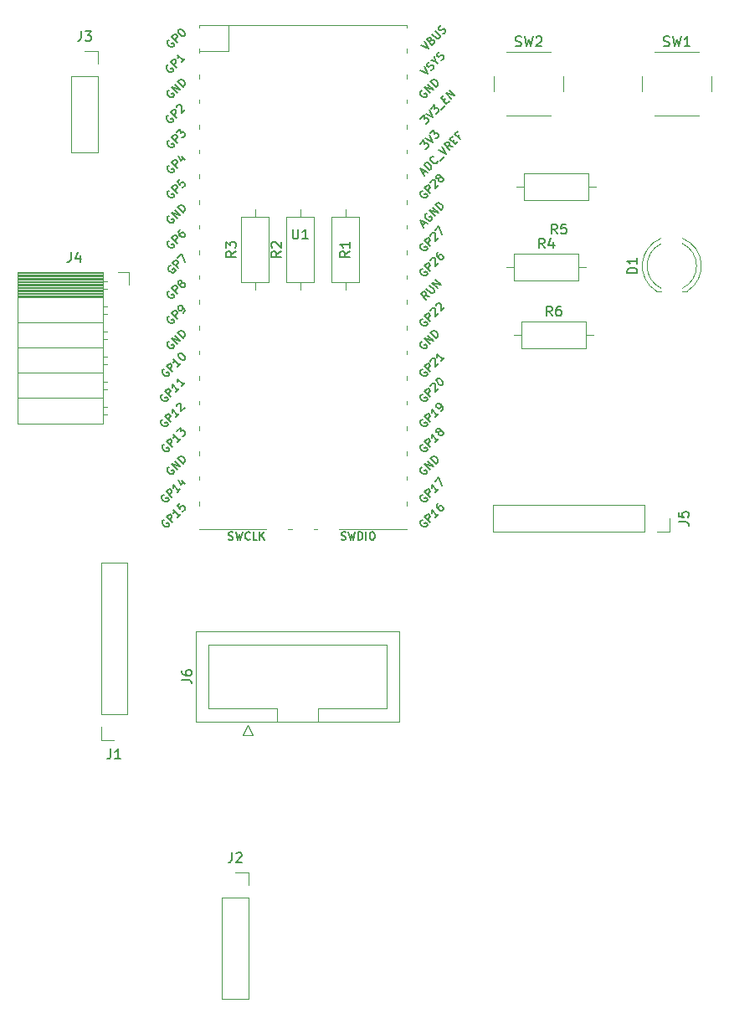
<source format=gbr>
%TF.GenerationSoftware,KiCad,Pcbnew,(6.0.1)*%
%TF.CreationDate,2022-10-25T11:35:38-03:00*%
%TF.ProjectId,Circuito esquem_tico,43697263-7569-4746-9f20-65737175656d,rev?*%
%TF.SameCoordinates,Original*%
%TF.FileFunction,Legend,Top*%
%TF.FilePolarity,Positive*%
%FSLAX46Y46*%
G04 Gerber Fmt 4.6, Leading zero omitted, Abs format (unit mm)*
G04 Created by KiCad (PCBNEW (6.0.1)) date 2022-10-25 11:35:38*
%MOMM*%
%LPD*%
G01*
G04 APERTURE LIST*
%ADD10C,0.150000*%
%ADD11C,0.120000*%
G04 APERTURE END LIST*
D10*
%TO.C,R6*%
X164425333Y-74536380D02*
X164092000Y-74060190D01*
X163853904Y-74536380D02*
X163853904Y-73536380D01*
X164234857Y-73536380D01*
X164330095Y-73584000D01*
X164377714Y-73631619D01*
X164425333Y-73726857D01*
X164425333Y-73869714D01*
X164377714Y-73964952D01*
X164330095Y-74012571D01*
X164234857Y-74060190D01*
X163853904Y-74060190D01*
X165282476Y-73536380D02*
X165092000Y-73536380D01*
X164996761Y-73584000D01*
X164949142Y-73631619D01*
X164853904Y-73774476D01*
X164806285Y-73964952D01*
X164806285Y-74345904D01*
X164853904Y-74441142D01*
X164901523Y-74488761D01*
X164996761Y-74536380D01*
X165187238Y-74536380D01*
X165282476Y-74488761D01*
X165330095Y-74441142D01*
X165377714Y-74345904D01*
X165377714Y-74107809D01*
X165330095Y-74012571D01*
X165282476Y-73964952D01*
X165187238Y-73917333D01*
X164996761Y-73917333D01*
X164901523Y-73964952D01*
X164853904Y-74012571D01*
X164806285Y-74107809D01*
%TO.C,J3*%
X116785666Y-45714380D02*
X116785666Y-46428666D01*
X116738047Y-46571523D01*
X116642809Y-46666761D01*
X116499952Y-46714380D01*
X116404714Y-46714380D01*
X117166619Y-45714380D02*
X117785666Y-45714380D01*
X117452333Y-46095333D01*
X117595190Y-46095333D01*
X117690428Y-46142952D01*
X117738047Y-46190571D01*
X117785666Y-46285809D01*
X117785666Y-46523904D01*
X117738047Y-46619142D01*
X117690428Y-46666761D01*
X117595190Y-46714380D01*
X117309476Y-46714380D01*
X117214238Y-46666761D01*
X117166619Y-46619142D01*
%TO.C,R5*%
X164933333Y-66238380D02*
X164600000Y-65762190D01*
X164361904Y-66238380D02*
X164361904Y-65238380D01*
X164742857Y-65238380D01*
X164838095Y-65286000D01*
X164885714Y-65333619D01*
X164933333Y-65428857D01*
X164933333Y-65571714D01*
X164885714Y-65666952D01*
X164838095Y-65714571D01*
X164742857Y-65762190D01*
X164361904Y-65762190D01*
X165838095Y-65238380D02*
X165361904Y-65238380D01*
X165314285Y-65714571D01*
X165361904Y-65666952D01*
X165457142Y-65619333D01*
X165695238Y-65619333D01*
X165790476Y-65666952D01*
X165838095Y-65714571D01*
X165885714Y-65809809D01*
X165885714Y-66047904D01*
X165838095Y-66143142D01*
X165790476Y-66190761D01*
X165695238Y-66238380D01*
X165457142Y-66238380D01*
X165361904Y-66190761D01*
X165314285Y-66143142D01*
%TO.C,J4*%
X115764666Y-68081380D02*
X115764666Y-68795666D01*
X115717047Y-68938523D01*
X115621809Y-69033761D01*
X115478952Y-69081380D01*
X115383714Y-69081380D01*
X116669428Y-68414714D02*
X116669428Y-69081380D01*
X116431333Y-68033761D02*
X116193238Y-68748047D01*
X116812285Y-68748047D01*
%TO.C,J6*%
X126956380Y-111321833D02*
X127670666Y-111321833D01*
X127813523Y-111369452D01*
X127908761Y-111464690D01*
X127956380Y-111607547D01*
X127956380Y-111702785D01*
X126956380Y-110417071D02*
X126956380Y-110607547D01*
X127004000Y-110702785D01*
X127051619Y-110750404D01*
X127194476Y-110845642D01*
X127384952Y-110893261D01*
X127765904Y-110893261D01*
X127861142Y-110845642D01*
X127908761Y-110798023D01*
X127956380Y-110702785D01*
X127956380Y-110512309D01*
X127908761Y-110417071D01*
X127861142Y-110369452D01*
X127765904Y-110321833D01*
X127527809Y-110321833D01*
X127432571Y-110369452D01*
X127384952Y-110417071D01*
X127337333Y-110512309D01*
X127337333Y-110702785D01*
X127384952Y-110798023D01*
X127432571Y-110845642D01*
X127527809Y-110893261D01*
%TO.C,R4*%
X163663333Y-67678380D02*
X163330000Y-67202190D01*
X163091904Y-67678380D02*
X163091904Y-66678380D01*
X163472857Y-66678380D01*
X163568095Y-66726000D01*
X163615714Y-66773619D01*
X163663333Y-66868857D01*
X163663333Y-67011714D01*
X163615714Y-67106952D01*
X163568095Y-67154571D01*
X163472857Y-67202190D01*
X163091904Y-67202190D01*
X164520476Y-67011714D02*
X164520476Y-67678380D01*
X164282380Y-66630761D02*
X164044285Y-67345047D01*
X164663333Y-67345047D01*
%TO.C,J1*%
X119783666Y-118300380D02*
X119783666Y-119014666D01*
X119736047Y-119157523D01*
X119640809Y-119252761D01*
X119497952Y-119300380D01*
X119402714Y-119300380D01*
X120783666Y-119300380D02*
X120212238Y-119300380D01*
X120497952Y-119300380D02*
X120497952Y-118300380D01*
X120402714Y-118443238D01*
X120307476Y-118538476D01*
X120212238Y-118586095D01*
%TO.C,SW2*%
X160718666Y-47208761D02*
X160861523Y-47256380D01*
X161099619Y-47256380D01*
X161194857Y-47208761D01*
X161242476Y-47161142D01*
X161290095Y-47065904D01*
X161290095Y-46970666D01*
X161242476Y-46875428D01*
X161194857Y-46827809D01*
X161099619Y-46780190D01*
X160909142Y-46732571D01*
X160813904Y-46684952D01*
X160766285Y-46637333D01*
X160718666Y-46542095D01*
X160718666Y-46446857D01*
X160766285Y-46351619D01*
X160813904Y-46304000D01*
X160909142Y-46256380D01*
X161147238Y-46256380D01*
X161290095Y-46304000D01*
X161623428Y-46256380D02*
X161861523Y-47256380D01*
X162052000Y-46542095D01*
X162242476Y-47256380D01*
X162480571Y-46256380D01*
X162813904Y-46351619D02*
X162861523Y-46304000D01*
X162956761Y-46256380D01*
X163194857Y-46256380D01*
X163290095Y-46304000D01*
X163337714Y-46351619D01*
X163385333Y-46446857D01*
X163385333Y-46542095D01*
X163337714Y-46684952D01*
X162766285Y-47256380D01*
X163385333Y-47256380D01*
%TO.C,J2*%
X132025666Y-128792380D02*
X132025666Y-129506666D01*
X131978047Y-129649523D01*
X131882809Y-129744761D01*
X131739952Y-129792380D01*
X131644714Y-129792380D01*
X132454238Y-128887619D02*
X132501857Y-128840000D01*
X132597095Y-128792380D01*
X132835190Y-128792380D01*
X132930428Y-128840000D01*
X132978047Y-128887619D01*
X133025666Y-128982857D01*
X133025666Y-129078095D01*
X132978047Y-129220952D01*
X132406619Y-129792380D01*
X133025666Y-129792380D01*
%TO.C,D1*%
X173022380Y-70207095D02*
X172022380Y-70207095D01*
X172022380Y-69969000D01*
X172070000Y-69826142D01*
X172165238Y-69730904D01*
X172260476Y-69683285D01*
X172450952Y-69635666D01*
X172593809Y-69635666D01*
X172784285Y-69683285D01*
X172879523Y-69730904D01*
X172974761Y-69826142D01*
X173022380Y-69969000D01*
X173022380Y-70207095D01*
X173022380Y-68683285D02*
X173022380Y-69254714D01*
X173022380Y-68969000D02*
X172022380Y-68969000D01*
X172165238Y-69064238D01*
X172260476Y-69159476D01*
X172308095Y-69254714D01*
%TO.C,R1*%
X143962380Y-67984666D02*
X143486190Y-68318000D01*
X143962380Y-68556095D02*
X142962380Y-68556095D01*
X142962380Y-68175142D01*
X143010000Y-68079904D01*
X143057619Y-68032285D01*
X143152857Y-67984666D01*
X143295714Y-67984666D01*
X143390952Y-68032285D01*
X143438571Y-68079904D01*
X143486190Y-68175142D01*
X143486190Y-68556095D01*
X143962380Y-67032285D02*
X143962380Y-67603714D01*
X143962380Y-67318000D02*
X142962380Y-67318000D01*
X143105238Y-67413238D01*
X143200476Y-67508476D01*
X143248095Y-67603714D01*
%TO.C,R2*%
X137020380Y-67984666D02*
X136544190Y-68318000D01*
X137020380Y-68556095D02*
X136020380Y-68556095D01*
X136020380Y-68175142D01*
X136068000Y-68079904D01*
X136115619Y-68032285D01*
X136210857Y-67984666D01*
X136353714Y-67984666D01*
X136448952Y-68032285D01*
X136496571Y-68079904D01*
X136544190Y-68175142D01*
X136544190Y-68556095D01*
X136115619Y-67603714D02*
X136068000Y-67556095D01*
X136020380Y-67460857D01*
X136020380Y-67222761D01*
X136068000Y-67127523D01*
X136115619Y-67079904D01*
X136210857Y-67032285D01*
X136306095Y-67032285D01*
X136448952Y-67079904D01*
X137020380Y-67651333D01*
X137020380Y-67032285D01*
%TO.C,U1*%
X138176095Y-65746380D02*
X138176095Y-66555904D01*
X138223714Y-66651142D01*
X138271333Y-66698761D01*
X138366571Y-66746380D01*
X138557047Y-66746380D01*
X138652285Y-66698761D01*
X138699904Y-66651142D01*
X138747523Y-66555904D01*
X138747523Y-65746380D01*
X139747523Y-66746380D02*
X139176095Y-66746380D01*
X139461809Y-66746380D02*
X139461809Y-65746380D01*
X139366571Y-65889238D01*
X139271333Y-65984476D01*
X139176095Y-66032095D01*
X125181722Y-79892592D02*
X125100910Y-79919529D01*
X125020097Y-80000341D01*
X124966223Y-80108091D01*
X124966223Y-80215841D01*
X124993160Y-80296653D01*
X125073972Y-80431340D01*
X125154784Y-80512152D01*
X125289471Y-80592964D01*
X125370284Y-80619902D01*
X125478033Y-80619902D01*
X125585783Y-80566027D01*
X125639658Y-80512152D01*
X125693532Y-80404402D01*
X125693532Y-80350528D01*
X125504971Y-80161966D01*
X125397221Y-80269715D01*
X125989844Y-80161966D02*
X125424158Y-79596280D01*
X125639658Y-79380781D01*
X125720470Y-79353844D01*
X125774345Y-79353844D01*
X125855157Y-79380781D01*
X125935969Y-79461593D01*
X125962906Y-79542406D01*
X125962906Y-79596280D01*
X125935969Y-79677093D01*
X125720470Y-79892592D01*
X126851841Y-79299969D02*
X126528592Y-79623218D01*
X126690216Y-79461593D02*
X126124531Y-78895908D01*
X126151468Y-79030595D01*
X126151468Y-79138345D01*
X126124531Y-79219157D01*
X126636341Y-78384097D02*
X126690216Y-78330223D01*
X126771028Y-78303285D01*
X126824903Y-78303285D01*
X126905715Y-78330223D01*
X127040402Y-78411035D01*
X127175089Y-78545722D01*
X127255902Y-78680409D01*
X127282839Y-78761221D01*
X127282839Y-78815096D01*
X127255902Y-78895908D01*
X127202027Y-78949783D01*
X127121215Y-78976720D01*
X127067340Y-78976720D01*
X126986528Y-78949783D01*
X126851841Y-78868971D01*
X126717154Y-78734284D01*
X126636341Y-78599597D01*
X126609404Y-78518784D01*
X126609404Y-78464910D01*
X126636341Y-78384097D01*
X151289722Y-69732592D02*
X151208910Y-69759529D01*
X151128097Y-69840341D01*
X151074223Y-69948091D01*
X151074223Y-70055841D01*
X151101160Y-70136653D01*
X151181972Y-70271340D01*
X151262784Y-70352152D01*
X151397471Y-70432964D01*
X151478284Y-70459902D01*
X151586033Y-70459902D01*
X151693783Y-70406027D01*
X151747658Y-70352152D01*
X151801532Y-70244402D01*
X151801532Y-70190528D01*
X151612971Y-70001966D01*
X151505221Y-70109715D01*
X152097844Y-70001966D02*
X151532158Y-69436280D01*
X151747658Y-69220781D01*
X151828470Y-69193844D01*
X151882345Y-69193844D01*
X151963157Y-69220781D01*
X152043969Y-69301593D01*
X152070906Y-69382406D01*
X152070906Y-69436280D01*
X152043969Y-69517093D01*
X151828470Y-69732592D01*
X152124781Y-68951407D02*
X152124781Y-68897532D01*
X152151719Y-68816720D01*
X152286406Y-68682033D01*
X152367218Y-68655096D01*
X152421093Y-68655096D01*
X152501905Y-68682033D01*
X152555780Y-68735908D01*
X152609654Y-68843658D01*
X152609654Y-69490155D01*
X152959841Y-69139969D01*
X152879028Y-68089410D02*
X152771279Y-68197160D01*
X152744341Y-68277972D01*
X152744341Y-68331847D01*
X152771279Y-68466534D01*
X152852091Y-68601221D01*
X153067590Y-68816720D01*
X153148402Y-68843658D01*
X153202277Y-68843658D01*
X153283089Y-68816720D01*
X153390839Y-68708971D01*
X153417776Y-68628158D01*
X153417776Y-68574284D01*
X153390839Y-68493471D01*
X153256152Y-68358784D01*
X153175340Y-68331847D01*
X153121465Y-68331847D01*
X153040653Y-68358784D01*
X152932903Y-68466534D01*
X152905966Y-68547346D01*
X152905966Y-68601221D01*
X152932903Y-68682033D01*
X125035722Y-82432592D02*
X124954910Y-82459529D01*
X124874097Y-82540341D01*
X124820223Y-82648091D01*
X124820223Y-82755841D01*
X124847160Y-82836653D01*
X124927972Y-82971340D01*
X125008784Y-83052152D01*
X125143471Y-83132964D01*
X125224284Y-83159902D01*
X125332033Y-83159902D01*
X125439783Y-83106027D01*
X125493658Y-83052152D01*
X125547532Y-82944402D01*
X125547532Y-82890528D01*
X125358971Y-82701966D01*
X125251221Y-82809715D01*
X125843844Y-82701966D02*
X125278158Y-82136280D01*
X125493658Y-81920781D01*
X125574470Y-81893844D01*
X125628345Y-81893844D01*
X125709157Y-81920781D01*
X125789969Y-82001593D01*
X125816906Y-82082406D01*
X125816906Y-82136280D01*
X125789969Y-82217093D01*
X125574470Y-82432592D01*
X126705841Y-81839969D02*
X126382592Y-82163218D01*
X126544216Y-82001593D02*
X125978531Y-81435908D01*
X126005468Y-81570595D01*
X126005468Y-81678345D01*
X125978531Y-81759157D01*
X127244589Y-81301221D02*
X126921340Y-81624470D01*
X127082964Y-81462845D02*
X126517279Y-80897160D01*
X126544216Y-81031847D01*
X126544216Y-81139597D01*
X126517279Y-81220409D01*
X125605096Y-49133218D02*
X125524284Y-49160155D01*
X125443471Y-49240967D01*
X125389597Y-49348717D01*
X125389597Y-49456467D01*
X125416534Y-49537279D01*
X125497346Y-49671966D01*
X125578158Y-49752778D01*
X125712845Y-49833590D01*
X125793658Y-49860528D01*
X125901407Y-49860528D01*
X126009157Y-49806653D01*
X126063032Y-49752778D01*
X126116906Y-49645028D01*
X126116906Y-49591154D01*
X125928345Y-49402592D01*
X125820595Y-49510341D01*
X126413218Y-49402592D02*
X125847532Y-48836906D01*
X126063032Y-48621407D01*
X126143844Y-48594470D01*
X126197719Y-48594470D01*
X126278531Y-48621407D01*
X126359343Y-48702219D01*
X126386280Y-48783032D01*
X126386280Y-48836906D01*
X126359343Y-48917719D01*
X126143844Y-49133218D01*
X127275215Y-48540595D02*
X126951966Y-48863844D01*
X127113590Y-48702219D02*
X126547905Y-48136534D01*
X126574842Y-48271221D01*
X126574842Y-48378971D01*
X126547905Y-48459783D01*
X125605096Y-54223218D02*
X125524284Y-54250155D01*
X125443471Y-54330967D01*
X125389597Y-54438717D01*
X125389597Y-54546467D01*
X125416534Y-54627279D01*
X125497346Y-54761966D01*
X125578158Y-54842778D01*
X125712845Y-54923590D01*
X125793658Y-54950528D01*
X125901407Y-54950528D01*
X126009157Y-54896653D01*
X126063032Y-54842778D01*
X126116906Y-54735028D01*
X126116906Y-54681154D01*
X125928345Y-54492592D01*
X125820595Y-54600341D01*
X126413218Y-54492592D02*
X125847532Y-53926906D01*
X126063032Y-53711407D01*
X126143844Y-53684470D01*
X126197719Y-53684470D01*
X126278531Y-53711407D01*
X126359343Y-53792219D01*
X126386280Y-53873032D01*
X126386280Y-53926906D01*
X126359343Y-54007719D01*
X126143844Y-54223218D01*
X126440155Y-53442033D02*
X126440155Y-53388158D01*
X126467093Y-53307346D01*
X126601780Y-53172659D01*
X126682592Y-53145722D01*
X126736467Y-53145722D01*
X126817279Y-53172659D01*
X126871154Y-53226534D01*
X126925028Y-53334284D01*
X126925028Y-53980781D01*
X127275215Y-53630595D01*
X151346788Y-60145773D02*
X151616162Y-59876399D01*
X151454537Y-60361272D02*
X151077414Y-59607025D01*
X151831661Y-59984149D01*
X152020223Y-59795587D02*
X151454537Y-59229902D01*
X151589224Y-59095215D01*
X151696974Y-59041340D01*
X151804723Y-59041340D01*
X151885536Y-59068277D01*
X152020223Y-59149089D01*
X152101035Y-59229902D01*
X152181847Y-59364589D01*
X152208784Y-59445401D01*
X152208784Y-59553150D01*
X152154910Y-59660900D01*
X152020223Y-59795587D01*
X152855282Y-58852778D02*
X152855282Y-58906653D01*
X152801407Y-59014402D01*
X152747532Y-59068277D01*
X152639783Y-59122152D01*
X152532033Y-59122152D01*
X152451221Y-59095215D01*
X152316534Y-59014402D01*
X152235722Y-58933590D01*
X152154910Y-58798903D01*
X152127972Y-58718091D01*
X152127972Y-58610341D01*
X152181847Y-58502592D01*
X152235722Y-58448717D01*
X152343471Y-58394842D01*
X152397346Y-58394842D01*
X153070781Y-58852778D02*
X153501780Y-58421780D01*
X152936094Y-57748345D02*
X153690341Y-58125468D01*
X153313218Y-57371221D01*
X154390714Y-57425096D02*
X153932778Y-57344284D01*
X154067465Y-57748345D02*
X153501780Y-57182659D01*
X153717279Y-56967160D01*
X153798091Y-56940223D01*
X153851966Y-56940223D01*
X153932778Y-56967160D01*
X154013590Y-57047972D01*
X154040528Y-57128784D01*
X154040528Y-57182659D01*
X154013590Y-57263471D01*
X153798091Y-57478971D01*
X154336839Y-56886348D02*
X154525401Y-56697786D01*
X154902524Y-56913285D02*
X154633150Y-57182659D01*
X154067465Y-56616974D01*
X154336839Y-56347600D01*
X155037211Y-56185975D02*
X154848650Y-56374537D01*
X155144961Y-56670849D02*
X154579276Y-56105163D01*
X154848650Y-55835789D01*
X151145129Y-47139309D02*
X151899377Y-47516433D01*
X151522253Y-46762186D01*
X152168751Y-46654436D02*
X152276500Y-46600561D01*
X152330375Y-46600561D01*
X152411187Y-46627499D01*
X152492000Y-46708311D01*
X152518937Y-46789123D01*
X152518937Y-46842998D01*
X152492000Y-46923810D01*
X152276500Y-47139309D01*
X151710815Y-46573624D01*
X151899377Y-46385062D01*
X151980189Y-46358125D01*
X152034064Y-46358125D01*
X152114876Y-46385062D01*
X152168751Y-46438937D01*
X152195688Y-46519749D01*
X152195688Y-46573624D01*
X152168751Y-46654436D01*
X151980189Y-46842998D01*
X152276500Y-46007938D02*
X152734436Y-46465874D01*
X152815248Y-46492812D01*
X152869123Y-46492812D01*
X152949935Y-46465874D01*
X153057685Y-46358125D01*
X153084622Y-46277312D01*
X153084622Y-46223438D01*
X153057685Y-46142625D01*
X152599749Y-45684690D01*
X153380934Y-45981001D02*
X153488683Y-45927126D01*
X153623370Y-45792439D01*
X153650308Y-45711627D01*
X153650308Y-45657752D01*
X153623370Y-45576940D01*
X153569496Y-45523065D01*
X153488683Y-45496128D01*
X153434809Y-45496128D01*
X153353996Y-45523065D01*
X153219309Y-45603877D01*
X153138497Y-45630815D01*
X153084622Y-45630815D01*
X153003810Y-45603877D01*
X152949935Y-45550003D01*
X152922998Y-45469190D01*
X152922998Y-45415316D01*
X152949935Y-45334503D01*
X153084622Y-45199816D01*
X153192372Y-45145942D01*
X125705096Y-46603218D02*
X125624284Y-46630155D01*
X125543471Y-46710967D01*
X125489597Y-46818717D01*
X125489597Y-46926467D01*
X125516534Y-47007279D01*
X125597346Y-47141966D01*
X125678158Y-47222778D01*
X125812845Y-47303590D01*
X125893658Y-47330528D01*
X126001407Y-47330528D01*
X126109157Y-47276653D01*
X126163032Y-47222778D01*
X126216906Y-47115028D01*
X126216906Y-47061154D01*
X126028345Y-46872592D01*
X125920595Y-46980341D01*
X126513218Y-46872592D02*
X125947532Y-46306906D01*
X126163032Y-46091407D01*
X126243844Y-46064470D01*
X126297719Y-46064470D01*
X126378531Y-46091407D01*
X126459343Y-46172219D01*
X126486280Y-46253032D01*
X126486280Y-46306906D01*
X126459343Y-46387719D01*
X126243844Y-46603218D01*
X126620967Y-45633471D02*
X126674842Y-45579597D01*
X126755654Y-45552659D01*
X126809529Y-45552659D01*
X126890341Y-45579597D01*
X127025028Y-45660409D01*
X127159715Y-45795096D01*
X127240528Y-45929783D01*
X127267465Y-46010595D01*
X127267465Y-46064470D01*
X127240528Y-46145282D01*
X127186653Y-46199157D01*
X127105841Y-46226094D01*
X127051966Y-46226094D01*
X126971154Y-46199157D01*
X126836467Y-46118345D01*
X126701780Y-45983658D01*
X126620967Y-45848971D01*
X126594030Y-45768158D01*
X126594030Y-45714284D01*
X126620967Y-45633471D01*
X125678158Y-64410155D02*
X125597346Y-64437093D01*
X125516534Y-64517905D01*
X125462659Y-64625654D01*
X125462659Y-64733404D01*
X125489597Y-64814216D01*
X125570409Y-64948903D01*
X125651221Y-65029715D01*
X125785908Y-65110528D01*
X125866720Y-65137465D01*
X125974470Y-65137465D01*
X126082219Y-65083590D01*
X126136094Y-65029715D01*
X126189969Y-64921966D01*
X126189969Y-64868091D01*
X126001407Y-64679529D01*
X125893658Y-64787279D01*
X126486280Y-64679529D02*
X125920595Y-64113844D01*
X126809529Y-64356280D01*
X126243844Y-63790595D01*
X127078903Y-64086906D02*
X126513218Y-63521221D01*
X126647905Y-63386534D01*
X126755654Y-63332659D01*
X126863404Y-63332659D01*
X126944216Y-63359597D01*
X127078903Y-63440409D01*
X127159715Y-63521221D01*
X127240528Y-63655908D01*
X127267465Y-63736720D01*
X127267465Y-63844470D01*
X127213590Y-63952219D01*
X127078903Y-64086906D01*
X151112473Y-49681966D02*
X151866720Y-50059089D01*
X151489597Y-49304842D01*
X152189969Y-49681966D02*
X152297719Y-49628091D01*
X152432406Y-49493404D01*
X152459343Y-49412592D01*
X152459343Y-49358717D01*
X152432406Y-49277905D01*
X152378531Y-49224030D01*
X152297719Y-49197093D01*
X152243844Y-49197093D01*
X152163032Y-49224030D01*
X152028345Y-49304842D01*
X151947532Y-49331780D01*
X151893658Y-49331780D01*
X151812845Y-49304842D01*
X151758971Y-49250967D01*
X151732033Y-49170155D01*
X151732033Y-49116280D01*
X151758971Y-49035468D01*
X151893658Y-48900781D01*
X152001407Y-48846906D01*
X152620967Y-48766094D02*
X152890341Y-49035468D01*
X152136094Y-48658345D02*
X152620967Y-48766094D01*
X152513218Y-48281221D01*
X153213590Y-48658345D02*
X153321340Y-48604470D01*
X153456027Y-48469783D01*
X153482964Y-48388971D01*
X153482964Y-48335096D01*
X153456027Y-48254284D01*
X153402152Y-48200409D01*
X153321340Y-48173471D01*
X153267465Y-48173471D01*
X153186653Y-48200409D01*
X153051966Y-48281221D01*
X152971154Y-48308158D01*
X152917279Y-48308158D01*
X152836467Y-48281221D01*
X152782592Y-48227346D01*
X152755654Y-48146534D01*
X152755654Y-48092659D01*
X152782592Y-48011847D01*
X152917279Y-47877160D01*
X153025028Y-47823285D01*
X151289722Y-61858592D02*
X151208910Y-61885529D01*
X151128097Y-61966341D01*
X151074223Y-62074091D01*
X151074223Y-62181841D01*
X151101160Y-62262653D01*
X151181972Y-62397340D01*
X151262784Y-62478152D01*
X151397471Y-62558964D01*
X151478284Y-62585902D01*
X151586033Y-62585902D01*
X151693783Y-62532027D01*
X151747658Y-62478152D01*
X151801532Y-62370402D01*
X151801532Y-62316528D01*
X151612971Y-62127966D01*
X151505221Y-62235715D01*
X152097844Y-62127966D02*
X151532158Y-61562280D01*
X151747658Y-61346781D01*
X151828470Y-61319844D01*
X151882345Y-61319844D01*
X151963157Y-61346781D01*
X152043969Y-61427593D01*
X152070906Y-61508406D01*
X152070906Y-61562280D01*
X152043969Y-61643093D01*
X151828470Y-61858592D01*
X152124781Y-61077407D02*
X152124781Y-61023532D01*
X152151719Y-60942720D01*
X152286406Y-60808033D01*
X152367218Y-60781096D01*
X152421093Y-60781096D01*
X152501905Y-60808033D01*
X152555780Y-60861908D01*
X152609654Y-60969658D01*
X152609654Y-61616155D01*
X152959841Y-61265969D01*
X152959841Y-60619471D02*
X152879028Y-60646409D01*
X152825154Y-60646409D01*
X152744341Y-60619471D01*
X152717404Y-60592534D01*
X152690467Y-60511722D01*
X152690467Y-60457847D01*
X152717404Y-60377035D01*
X152825154Y-60269285D01*
X152905966Y-60242348D01*
X152959841Y-60242348D01*
X153040653Y-60269285D01*
X153067590Y-60296223D01*
X153094528Y-60377035D01*
X153094528Y-60430910D01*
X153067590Y-60511722D01*
X152959841Y-60619471D01*
X152932903Y-60700284D01*
X152932903Y-60754158D01*
X152959841Y-60834971D01*
X153067590Y-60942720D01*
X153148402Y-60969658D01*
X153202277Y-60969658D01*
X153283089Y-60942720D01*
X153390839Y-60834971D01*
X153417776Y-60754158D01*
X153417776Y-60700284D01*
X153390839Y-60619471D01*
X153283089Y-60511722D01*
X153202277Y-60484784D01*
X153148402Y-60484784D01*
X153067590Y-60511722D01*
X125678158Y-89810155D02*
X125597346Y-89837093D01*
X125516534Y-89917905D01*
X125462659Y-90025654D01*
X125462659Y-90133404D01*
X125489597Y-90214216D01*
X125570409Y-90348903D01*
X125651221Y-90429715D01*
X125785908Y-90510528D01*
X125866720Y-90537465D01*
X125974470Y-90537465D01*
X126082219Y-90483590D01*
X126136094Y-90429715D01*
X126189969Y-90321966D01*
X126189969Y-90268091D01*
X126001407Y-90079529D01*
X125893658Y-90187279D01*
X126486280Y-90079529D02*
X125920595Y-89513844D01*
X126809529Y-89756280D01*
X126243844Y-89190595D01*
X127078903Y-89486906D02*
X126513218Y-88921221D01*
X126647905Y-88786534D01*
X126755654Y-88732659D01*
X126863404Y-88732659D01*
X126944216Y-88759597D01*
X127078903Y-88840409D01*
X127159715Y-88921221D01*
X127240528Y-89055908D01*
X127267465Y-89136720D01*
X127267465Y-89244470D01*
X127213590Y-89352219D01*
X127078903Y-89486906D01*
X151289722Y-92592592D02*
X151208910Y-92619529D01*
X151128097Y-92700341D01*
X151074223Y-92808091D01*
X151074223Y-92915841D01*
X151101160Y-92996653D01*
X151181972Y-93131340D01*
X151262784Y-93212152D01*
X151397471Y-93292964D01*
X151478284Y-93319902D01*
X151586033Y-93319902D01*
X151693783Y-93266027D01*
X151747658Y-93212152D01*
X151801532Y-93104402D01*
X151801532Y-93050528D01*
X151612971Y-92861966D01*
X151505221Y-92969715D01*
X152097844Y-92861966D02*
X151532158Y-92296280D01*
X151747658Y-92080781D01*
X151828470Y-92053844D01*
X151882345Y-92053844D01*
X151963157Y-92080781D01*
X152043969Y-92161593D01*
X152070906Y-92242406D01*
X152070906Y-92296280D01*
X152043969Y-92377093D01*
X151828470Y-92592592D01*
X152959841Y-91999969D02*
X152636592Y-92323218D01*
X152798216Y-92161593D02*
X152232531Y-91595908D01*
X152259468Y-91730595D01*
X152259468Y-91838345D01*
X152232531Y-91919157D01*
X152582717Y-91245722D02*
X152959841Y-90868598D01*
X153283089Y-91676720D01*
X125705096Y-59303218D02*
X125624284Y-59330155D01*
X125543471Y-59410967D01*
X125489597Y-59518717D01*
X125489597Y-59626467D01*
X125516534Y-59707279D01*
X125597346Y-59841966D01*
X125678158Y-59922778D01*
X125812845Y-60003590D01*
X125893658Y-60030528D01*
X126001407Y-60030528D01*
X126109157Y-59976653D01*
X126163032Y-59922778D01*
X126216906Y-59815028D01*
X126216906Y-59761154D01*
X126028345Y-59572592D01*
X125920595Y-59680341D01*
X126513218Y-59572592D02*
X125947532Y-59006906D01*
X126163032Y-58791407D01*
X126243844Y-58764470D01*
X126297719Y-58764470D01*
X126378531Y-58791407D01*
X126459343Y-58872219D01*
X126486280Y-58953032D01*
X126486280Y-59006906D01*
X126459343Y-59087719D01*
X126243844Y-59303218D01*
X126944216Y-58387346D02*
X127321340Y-58764470D01*
X126594030Y-58306534D02*
X126863404Y-58845282D01*
X127213590Y-58495096D01*
X125135722Y-92592592D02*
X125054910Y-92619529D01*
X124974097Y-92700341D01*
X124920223Y-92808091D01*
X124920223Y-92915841D01*
X124947160Y-92996653D01*
X125027972Y-93131340D01*
X125108784Y-93212152D01*
X125243471Y-93292964D01*
X125324284Y-93319902D01*
X125432033Y-93319902D01*
X125539783Y-93266027D01*
X125593658Y-93212152D01*
X125647532Y-93104402D01*
X125647532Y-93050528D01*
X125458971Y-92861966D01*
X125351221Y-92969715D01*
X125943844Y-92861966D02*
X125378158Y-92296280D01*
X125593658Y-92080781D01*
X125674470Y-92053844D01*
X125728345Y-92053844D01*
X125809157Y-92080781D01*
X125889969Y-92161593D01*
X125916906Y-92242406D01*
X125916906Y-92296280D01*
X125889969Y-92377093D01*
X125674470Y-92592592D01*
X126805841Y-91999969D02*
X126482592Y-92323218D01*
X126644216Y-92161593D02*
X126078531Y-91595908D01*
X126105468Y-91730595D01*
X126105468Y-91838345D01*
X126078531Y-91919157D01*
X126913590Y-91137972D02*
X127290714Y-91515096D01*
X126563404Y-91057160D02*
X126832778Y-91595908D01*
X127182964Y-91245722D01*
X151289722Y-87512592D02*
X151208910Y-87539529D01*
X151128097Y-87620341D01*
X151074223Y-87728091D01*
X151074223Y-87835841D01*
X151101160Y-87916653D01*
X151181972Y-88051340D01*
X151262784Y-88132152D01*
X151397471Y-88212964D01*
X151478284Y-88239902D01*
X151586033Y-88239902D01*
X151693783Y-88186027D01*
X151747658Y-88132152D01*
X151801532Y-88024402D01*
X151801532Y-87970528D01*
X151612971Y-87781966D01*
X151505221Y-87889715D01*
X152097844Y-87781966D02*
X151532158Y-87216280D01*
X151747658Y-87000781D01*
X151828470Y-86973844D01*
X151882345Y-86973844D01*
X151963157Y-87000781D01*
X152043969Y-87081593D01*
X152070906Y-87162406D01*
X152070906Y-87216280D01*
X152043969Y-87297093D01*
X151828470Y-87512592D01*
X152959841Y-86919969D02*
X152636592Y-87243218D01*
X152798216Y-87081593D02*
X152232531Y-86515908D01*
X152259468Y-86650595D01*
X152259468Y-86758345D01*
X152232531Y-86839157D01*
X152959841Y-86273471D02*
X152879028Y-86300409D01*
X152825154Y-86300409D01*
X152744341Y-86273471D01*
X152717404Y-86246534D01*
X152690467Y-86165722D01*
X152690467Y-86111847D01*
X152717404Y-86031035D01*
X152825154Y-85923285D01*
X152905966Y-85896348D01*
X152959841Y-85896348D01*
X153040653Y-85923285D01*
X153067590Y-85950223D01*
X153094528Y-86031035D01*
X153094528Y-86084910D01*
X153067590Y-86165722D01*
X152959841Y-86273471D01*
X152932903Y-86354284D01*
X152932903Y-86408158D01*
X152959841Y-86488971D01*
X153067590Y-86596720D01*
X153148402Y-86623658D01*
X153202277Y-86623658D01*
X153283089Y-86596720D01*
X153390839Y-86488971D01*
X153417776Y-86408158D01*
X153417776Y-86354284D01*
X153390839Y-86273471D01*
X153283089Y-86165722D01*
X153202277Y-86138784D01*
X153148402Y-86138784D01*
X153067590Y-86165722D01*
X125705096Y-56763218D02*
X125624284Y-56790155D01*
X125543471Y-56870967D01*
X125489597Y-56978717D01*
X125489597Y-57086467D01*
X125516534Y-57167279D01*
X125597346Y-57301966D01*
X125678158Y-57382778D01*
X125812845Y-57463590D01*
X125893658Y-57490528D01*
X126001407Y-57490528D01*
X126109157Y-57436653D01*
X126163032Y-57382778D01*
X126216906Y-57275028D01*
X126216906Y-57221154D01*
X126028345Y-57032592D01*
X125920595Y-57140341D01*
X126513218Y-57032592D02*
X125947532Y-56466906D01*
X126163032Y-56251407D01*
X126243844Y-56224470D01*
X126297719Y-56224470D01*
X126378531Y-56251407D01*
X126459343Y-56332219D01*
X126486280Y-56413032D01*
X126486280Y-56466906D01*
X126459343Y-56547719D01*
X126243844Y-56763218D01*
X126459343Y-55955096D02*
X126809529Y-55604910D01*
X126836467Y-56008971D01*
X126917279Y-55928158D01*
X126998091Y-55901221D01*
X127051966Y-55901221D01*
X127132778Y-55928158D01*
X127267465Y-56062845D01*
X127294402Y-56143658D01*
X127294402Y-56197532D01*
X127267465Y-56278345D01*
X127105841Y-56439969D01*
X127025028Y-56466906D01*
X126971154Y-56466906D01*
X151289722Y-67202592D02*
X151208910Y-67229529D01*
X151128097Y-67310341D01*
X151074223Y-67418091D01*
X151074223Y-67525841D01*
X151101160Y-67606653D01*
X151181972Y-67741340D01*
X151262784Y-67822152D01*
X151397471Y-67902964D01*
X151478284Y-67929902D01*
X151586033Y-67929902D01*
X151693783Y-67876027D01*
X151747658Y-67822152D01*
X151801532Y-67714402D01*
X151801532Y-67660528D01*
X151612971Y-67471966D01*
X151505221Y-67579715D01*
X152097844Y-67471966D02*
X151532158Y-66906280D01*
X151747658Y-66690781D01*
X151828470Y-66663844D01*
X151882345Y-66663844D01*
X151963157Y-66690781D01*
X152043969Y-66771593D01*
X152070906Y-66852406D01*
X152070906Y-66906280D01*
X152043969Y-66987093D01*
X151828470Y-67202592D01*
X152124781Y-66421407D02*
X152124781Y-66367532D01*
X152151719Y-66286720D01*
X152286406Y-66152033D01*
X152367218Y-66125096D01*
X152421093Y-66125096D01*
X152501905Y-66152033D01*
X152555780Y-66205908D01*
X152609654Y-66313658D01*
X152609654Y-66960155D01*
X152959841Y-66609969D01*
X152582717Y-65855722D02*
X152959841Y-65478598D01*
X153283089Y-66286720D01*
X151289722Y-82432592D02*
X151208910Y-82459529D01*
X151128097Y-82540341D01*
X151074223Y-82648091D01*
X151074223Y-82755841D01*
X151101160Y-82836653D01*
X151181972Y-82971340D01*
X151262784Y-83052152D01*
X151397471Y-83132964D01*
X151478284Y-83159902D01*
X151586033Y-83159902D01*
X151693783Y-83106027D01*
X151747658Y-83052152D01*
X151801532Y-82944402D01*
X151801532Y-82890528D01*
X151612971Y-82701966D01*
X151505221Y-82809715D01*
X152097844Y-82701966D02*
X151532158Y-82136280D01*
X151747658Y-81920781D01*
X151828470Y-81893844D01*
X151882345Y-81893844D01*
X151963157Y-81920781D01*
X152043969Y-82001593D01*
X152070906Y-82082406D01*
X152070906Y-82136280D01*
X152043969Y-82217093D01*
X151828470Y-82432592D01*
X152124781Y-81651407D02*
X152124781Y-81597532D01*
X152151719Y-81516720D01*
X152286406Y-81382033D01*
X152367218Y-81355096D01*
X152421093Y-81355096D01*
X152501905Y-81382033D01*
X152555780Y-81435908D01*
X152609654Y-81543658D01*
X152609654Y-82190155D01*
X152959841Y-81839969D01*
X152744341Y-80924097D02*
X152798216Y-80870223D01*
X152879028Y-80843285D01*
X152932903Y-80843285D01*
X153013715Y-80870223D01*
X153148402Y-80951035D01*
X153283089Y-81085722D01*
X153363902Y-81220409D01*
X153390839Y-81301221D01*
X153390839Y-81355096D01*
X153363902Y-81435908D01*
X153310027Y-81489783D01*
X153229215Y-81516720D01*
X153175340Y-81516720D01*
X153094528Y-81489783D01*
X152959841Y-81408971D01*
X152825154Y-81274284D01*
X152744341Y-81139597D01*
X152717404Y-81058784D01*
X152717404Y-81004910D01*
X152744341Y-80924097D01*
X151289722Y-95132592D02*
X151208910Y-95159529D01*
X151128097Y-95240341D01*
X151074223Y-95348091D01*
X151074223Y-95455841D01*
X151101160Y-95536653D01*
X151181972Y-95671340D01*
X151262784Y-95752152D01*
X151397471Y-95832964D01*
X151478284Y-95859902D01*
X151586033Y-95859902D01*
X151693783Y-95806027D01*
X151747658Y-95752152D01*
X151801532Y-95644402D01*
X151801532Y-95590528D01*
X151612971Y-95401966D01*
X151505221Y-95509715D01*
X152097844Y-95401966D02*
X151532158Y-94836280D01*
X151747658Y-94620781D01*
X151828470Y-94593844D01*
X151882345Y-94593844D01*
X151963157Y-94620781D01*
X152043969Y-94701593D01*
X152070906Y-94782406D01*
X152070906Y-94836280D01*
X152043969Y-94917093D01*
X151828470Y-95132592D01*
X152959841Y-94539969D02*
X152636592Y-94863218D01*
X152798216Y-94701593D02*
X152232531Y-94135908D01*
X152259468Y-94270595D01*
X152259468Y-94378345D01*
X152232531Y-94459157D01*
X152879028Y-93489410D02*
X152771279Y-93597160D01*
X152744341Y-93677972D01*
X152744341Y-93731847D01*
X152771279Y-93866534D01*
X152852091Y-94001221D01*
X153067590Y-94216720D01*
X153148402Y-94243658D01*
X153202277Y-94243658D01*
X153283089Y-94216720D01*
X153390839Y-94108971D01*
X153417776Y-94028158D01*
X153417776Y-93974284D01*
X153390839Y-93893471D01*
X153256152Y-93758784D01*
X153175340Y-93731847D01*
X153121465Y-93731847D01*
X153040653Y-93758784D01*
X152932903Y-93866534D01*
X152905966Y-93947346D01*
X152905966Y-94001221D01*
X152932903Y-94082033D01*
X151289722Y-74812592D02*
X151208910Y-74839529D01*
X151128097Y-74920341D01*
X151074223Y-75028091D01*
X151074223Y-75135841D01*
X151101160Y-75216653D01*
X151181972Y-75351340D01*
X151262784Y-75432152D01*
X151397471Y-75512964D01*
X151478284Y-75539902D01*
X151586033Y-75539902D01*
X151693783Y-75486027D01*
X151747658Y-75432152D01*
X151801532Y-75324402D01*
X151801532Y-75270528D01*
X151612971Y-75081966D01*
X151505221Y-75189715D01*
X152097844Y-75081966D02*
X151532158Y-74516280D01*
X151747658Y-74300781D01*
X151828470Y-74273844D01*
X151882345Y-74273844D01*
X151963157Y-74300781D01*
X152043969Y-74381593D01*
X152070906Y-74462406D01*
X152070906Y-74516280D01*
X152043969Y-74597093D01*
X151828470Y-74812592D01*
X152124781Y-74031407D02*
X152124781Y-73977532D01*
X152151719Y-73896720D01*
X152286406Y-73762033D01*
X152367218Y-73735096D01*
X152421093Y-73735096D01*
X152501905Y-73762033D01*
X152555780Y-73815908D01*
X152609654Y-73923658D01*
X152609654Y-74570155D01*
X152959841Y-74219969D01*
X152663529Y-73492659D02*
X152663529Y-73438784D01*
X152690467Y-73357972D01*
X152825154Y-73223285D01*
X152905966Y-73196348D01*
X152959841Y-73196348D01*
X153040653Y-73223285D01*
X153094528Y-73277160D01*
X153148402Y-73384910D01*
X153148402Y-74031407D01*
X153498589Y-73681221D01*
X125181722Y-87512592D02*
X125100910Y-87539529D01*
X125020097Y-87620341D01*
X124966223Y-87728091D01*
X124966223Y-87835841D01*
X124993160Y-87916653D01*
X125073972Y-88051340D01*
X125154784Y-88132152D01*
X125289471Y-88212964D01*
X125370284Y-88239902D01*
X125478033Y-88239902D01*
X125585783Y-88186027D01*
X125639658Y-88132152D01*
X125693532Y-88024402D01*
X125693532Y-87970528D01*
X125504971Y-87781966D01*
X125397221Y-87889715D01*
X125989844Y-87781966D02*
X125424158Y-87216280D01*
X125639658Y-87000781D01*
X125720470Y-86973844D01*
X125774345Y-86973844D01*
X125855157Y-87000781D01*
X125935969Y-87081593D01*
X125962906Y-87162406D01*
X125962906Y-87216280D01*
X125935969Y-87297093D01*
X125720470Y-87512592D01*
X126851841Y-86919969D02*
X126528592Y-87243218D01*
X126690216Y-87081593D02*
X126124531Y-86515908D01*
X126151468Y-86650595D01*
X126151468Y-86758345D01*
X126124531Y-86839157D01*
X126474717Y-86165722D02*
X126824903Y-85815536D01*
X126851841Y-86219597D01*
X126932653Y-86138784D01*
X127013465Y-86111847D01*
X127067340Y-86111847D01*
X127148152Y-86138784D01*
X127282839Y-86273471D01*
X127309776Y-86354284D01*
X127309776Y-86408158D01*
X127282839Y-86488971D01*
X127121215Y-86650595D01*
X127040402Y-86677532D01*
X126986528Y-86677532D01*
X131682476Y-97135809D02*
X131796761Y-97173904D01*
X131987238Y-97173904D01*
X132063428Y-97135809D01*
X132101523Y-97097714D01*
X132139619Y-97021523D01*
X132139619Y-96945333D01*
X132101523Y-96869142D01*
X132063428Y-96831047D01*
X131987238Y-96792952D01*
X131834857Y-96754857D01*
X131758666Y-96716761D01*
X131720571Y-96678666D01*
X131682476Y-96602476D01*
X131682476Y-96526285D01*
X131720571Y-96450095D01*
X131758666Y-96412000D01*
X131834857Y-96373904D01*
X132025333Y-96373904D01*
X132139619Y-96412000D01*
X132406285Y-96373904D02*
X132596761Y-97173904D01*
X132749142Y-96602476D01*
X132901523Y-97173904D01*
X133092000Y-96373904D01*
X133853904Y-97097714D02*
X133815809Y-97135809D01*
X133701523Y-97173904D01*
X133625333Y-97173904D01*
X133511047Y-97135809D01*
X133434857Y-97059619D01*
X133396761Y-96983428D01*
X133358666Y-96831047D01*
X133358666Y-96716761D01*
X133396761Y-96564380D01*
X133434857Y-96488190D01*
X133511047Y-96412000D01*
X133625333Y-96373904D01*
X133701523Y-96373904D01*
X133815809Y-96412000D01*
X133853904Y-96450095D01*
X134577714Y-97173904D02*
X134196761Y-97173904D01*
X134196761Y-96373904D01*
X134844380Y-97173904D02*
X134844380Y-96373904D01*
X135301523Y-97173904D02*
X134958666Y-96716761D01*
X135301523Y-96373904D02*
X134844380Y-96831047D01*
X125705096Y-72003218D02*
X125624284Y-72030155D01*
X125543471Y-72110967D01*
X125489597Y-72218717D01*
X125489597Y-72326467D01*
X125516534Y-72407279D01*
X125597346Y-72541966D01*
X125678158Y-72622778D01*
X125812845Y-72703590D01*
X125893658Y-72730528D01*
X126001407Y-72730528D01*
X126109157Y-72676653D01*
X126163032Y-72622778D01*
X126216906Y-72515028D01*
X126216906Y-72461154D01*
X126028345Y-72272592D01*
X125920595Y-72380341D01*
X126513218Y-72272592D02*
X125947532Y-71706906D01*
X126163032Y-71491407D01*
X126243844Y-71464470D01*
X126297719Y-71464470D01*
X126378531Y-71491407D01*
X126459343Y-71572219D01*
X126486280Y-71653032D01*
X126486280Y-71706906D01*
X126459343Y-71787719D01*
X126243844Y-72003218D01*
X126836467Y-71302845D02*
X126755654Y-71329783D01*
X126701780Y-71329783D01*
X126620967Y-71302845D01*
X126594030Y-71275908D01*
X126567093Y-71195096D01*
X126567093Y-71141221D01*
X126594030Y-71060409D01*
X126701780Y-70952659D01*
X126782592Y-70925722D01*
X126836467Y-70925722D01*
X126917279Y-70952659D01*
X126944216Y-70979597D01*
X126971154Y-71060409D01*
X126971154Y-71114284D01*
X126944216Y-71195096D01*
X126836467Y-71302845D01*
X126809529Y-71383658D01*
X126809529Y-71437532D01*
X126836467Y-71518345D01*
X126944216Y-71626094D01*
X127025028Y-71653032D01*
X127078903Y-71653032D01*
X127159715Y-71626094D01*
X127267465Y-71518345D01*
X127294402Y-71437532D01*
X127294402Y-71383658D01*
X127267465Y-71302845D01*
X127159715Y-71195096D01*
X127078903Y-71168158D01*
X127025028Y-71168158D01*
X126944216Y-71195096D01*
X151278158Y-51710155D02*
X151197346Y-51737093D01*
X151116534Y-51817905D01*
X151062659Y-51925654D01*
X151062659Y-52033404D01*
X151089597Y-52114216D01*
X151170409Y-52248903D01*
X151251221Y-52329715D01*
X151385908Y-52410528D01*
X151466720Y-52437465D01*
X151574470Y-52437465D01*
X151682219Y-52383590D01*
X151736094Y-52329715D01*
X151789969Y-52221966D01*
X151789969Y-52168091D01*
X151601407Y-51979529D01*
X151493658Y-52087279D01*
X152086280Y-51979529D02*
X151520595Y-51413844D01*
X152409529Y-51656280D01*
X151843844Y-51090595D01*
X152678903Y-51386906D02*
X152113218Y-50821221D01*
X152247905Y-50686534D01*
X152355654Y-50632659D01*
X152463404Y-50632659D01*
X152544216Y-50659597D01*
X152678903Y-50740409D01*
X152759715Y-50821221D01*
X152840528Y-50955908D01*
X152867465Y-51036720D01*
X152867465Y-51144470D01*
X152813590Y-51252219D01*
X152678903Y-51386906D01*
X151343597Y-65352964D02*
X151612971Y-65083590D01*
X151451346Y-65568463D02*
X151074223Y-64814216D01*
X151828470Y-65191340D01*
X151774595Y-64167719D02*
X151693783Y-64194656D01*
X151612971Y-64275468D01*
X151559096Y-64383218D01*
X151559096Y-64490967D01*
X151586033Y-64571780D01*
X151666845Y-64706467D01*
X151747658Y-64787279D01*
X151882345Y-64868091D01*
X151963157Y-64895028D01*
X152070906Y-64895028D01*
X152178656Y-64841154D01*
X152232531Y-64787279D01*
X152286406Y-64679529D01*
X152286406Y-64625654D01*
X152097844Y-64437093D01*
X151990094Y-64544842D01*
X152582717Y-64437093D02*
X152017032Y-63871407D01*
X152905966Y-64113844D01*
X152340280Y-63548158D01*
X153175340Y-63844470D02*
X152609654Y-63278784D01*
X152744341Y-63144097D01*
X152852091Y-63090223D01*
X152959841Y-63090223D01*
X153040653Y-63117160D01*
X153175340Y-63197972D01*
X153256152Y-63278784D01*
X153336964Y-63413471D01*
X153363902Y-63494284D01*
X153363902Y-63602033D01*
X153310027Y-63709783D01*
X153175340Y-63844470D01*
X125805096Y-69433218D02*
X125724284Y-69460155D01*
X125643471Y-69540967D01*
X125589597Y-69648717D01*
X125589597Y-69756467D01*
X125616534Y-69837279D01*
X125697346Y-69971966D01*
X125778158Y-70052778D01*
X125912845Y-70133590D01*
X125993658Y-70160528D01*
X126101407Y-70160528D01*
X126209157Y-70106653D01*
X126263032Y-70052778D01*
X126316906Y-69945028D01*
X126316906Y-69891154D01*
X126128345Y-69702592D01*
X126020595Y-69810341D01*
X126613218Y-69702592D02*
X126047532Y-69136906D01*
X126263032Y-68921407D01*
X126343844Y-68894470D01*
X126397719Y-68894470D01*
X126478531Y-68921407D01*
X126559343Y-69002219D01*
X126586280Y-69083032D01*
X126586280Y-69136906D01*
X126559343Y-69217719D01*
X126343844Y-69433218D01*
X126559343Y-68625096D02*
X126936467Y-68247972D01*
X127259715Y-69056094D01*
X125678158Y-51710155D02*
X125597346Y-51737093D01*
X125516534Y-51817905D01*
X125462659Y-51925654D01*
X125462659Y-52033404D01*
X125489597Y-52114216D01*
X125570409Y-52248903D01*
X125651221Y-52329715D01*
X125785908Y-52410528D01*
X125866720Y-52437465D01*
X125974470Y-52437465D01*
X126082219Y-52383590D01*
X126136094Y-52329715D01*
X126189969Y-52221966D01*
X126189969Y-52168091D01*
X126001407Y-51979529D01*
X125893658Y-52087279D01*
X126486280Y-51979529D02*
X125920595Y-51413844D01*
X126809529Y-51656280D01*
X126243844Y-51090595D01*
X127078903Y-51386906D02*
X126513218Y-50821221D01*
X126647905Y-50686534D01*
X126755654Y-50632659D01*
X126863404Y-50632659D01*
X126944216Y-50659597D01*
X127078903Y-50740409D01*
X127159715Y-50821221D01*
X127240528Y-50955908D01*
X127267465Y-51036720D01*
X127267465Y-51144470D01*
X127213590Y-51252219D01*
X127078903Y-51386906D01*
X125678158Y-77110155D02*
X125597346Y-77137093D01*
X125516534Y-77217905D01*
X125462659Y-77325654D01*
X125462659Y-77433404D01*
X125489597Y-77514216D01*
X125570409Y-77648903D01*
X125651221Y-77729715D01*
X125785908Y-77810528D01*
X125866720Y-77837465D01*
X125974470Y-77837465D01*
X126082219Y-77783590D01*
X126136094Y-77729715D01*
X126189969Y-77621966D01*
X126189969Y-77568091D01*
X126001407Y-77379529D01*
X125893658Y-77487279D01*
X126486280Y-77379529D02*
X125920595Y-76813844D01*
X126809529Y-77056280D01*
X126243844Y-76490595D01*
X127078903Y-76786906D02*
X126513218Y-76221221D01*
X126647905Y-76086534D01*
X126755654Y-76032659D01*
X126863404Y-76032659D01*
X126944216Y-76059597D01*
X127078903Y-76140409D01*
X127159715Y-76221221D01*
X127240528Y-76355908D01*
X127267465Y-76436720D01*
X127267465Y-76544470D01*
X127213590Y-76652219D01*
X127078903Y-76786906D01*
X151278158Y-77110155D02*
X151197346Y-77137093D01*
X151116534Y-77217905D01*
X151062659Y-77325654D01*
X151062659Y-77433404D01*
X151089597Y-77514216D01*
X151170409Y-77648903D01*
X151251221Y-77729715D01*
X151385908Y-77810528D01*
X151466720Y-77837465D01*
X151574470Y-77837465D01*
X151682219Y-77783590D01*
X151736094Y-77729715D01*
X151789969Y-77621966D01*
X151789969Y-77568091D01*
X151601407Y-77379529D01*
X151493658Y-77487279D01*
X152086280Y-77379529D02*
X151520595Y-76813844D01*
X152409529Y-77056280D01*
X151843844Y-76490595D01*
X152678903Y-76786906D02*
X152113218Y-76221221D01*
X152247905Y-76086534D01*
X152355654Y-76032659D01*
X152463404Y-76032659D01*
X152544216Y-76059597D01*
X152678903Y-76140409D01*
X152759715Y-76221221D01*
X152840528Y-76355908D01*
X152867465Y-76436720D01*
X152867465Y-76544470D01*
X152813590Y-76652219D01*
X152678903Y-76786906D01*
X151081847Y-57102592D02*
X151432033Y-56752406D01*
X151458971Y-57156467D01*
X151539783Y-57075654D01*
X151620595Y-57048717D01*
X151674470Y-57048717D01*
X151755282Y-57075654D01*
X151889969Y-57210341D01*
X151916906Y-57291154D01*
X151916906Y-57345028D01*
X151889969Y-57425841D01*
X151728345Y-57587465D01*
X151647532Y-57614402D01*
X151593658Y-57614402D01*
X151593658Y-56590781D02*
X152347905Y-56967905D01*
X151970781Y-56213658D01*
X152105468Y-56078971D02*
X152455654Y-55728784D01*
X152482592Y-56132845D01*
X152563404Y-56052033D01*
X152644216Y-56025096D01*
X152698091Y-56025096D01*
X152778903Y-56052033D01*
X152913590Y-56186720D01*
X152940528Y-56267532D01*
X152940528Y-56321407D01*
X152913590Y-56402219D01*
X152751966Y-56563844D01*
X152671154Y-56590781D01*
X152617279Y-56590781D01*
X125705096Y-61843218D02*
X125624284Y-61870155D01*
X125543471Y-61950967D01*
X125489597Y-62058717D01*
X125489597Y-62166467D01*
X125516534Y-62247279D01*
X125597346Y-62381966D01*
X125678158Y-62462778D01*
X125812845Y-62543590D01*
X125893658Y-62570528D01*
X126001407Y-62570528D01*
X126109157Y-62516653D01*
X126163032Y-62462778D01*
X126216906Y-62355028D01*
X126216906Y-62301154D01*
X126028345Y-62112592D01*
X125920595Y-62220341D01*
X126513218Y-62112592D02*
X125947532Y-61546906D01*
X126163032Y-61331407D01*
X126243844Y-61304470D01*
X126297719Y-61304470D01*
X126378531Y-61331407D01*
X126459343Y-61412219D01*
X126486280Y-61493032D01*
X126486280Y-61546906D01*
X126459343Y-61627719D01*
X126243844Y-61843218D01*
X126782592Y-60711847D02*
X126513218Y-60981221D01*
X126755654Y-61277532D01*
X126755654Y-61223658D01*
X126782592Y-61142845D01*
X126917279Y-61008158D01*
X126998091Y-60981221D01*
X127051966Y-60981221D01*
X127132778Y-61008158D01*
X127267465Y-61142845D01*
X127294402Y-61223658D01*
X127294402Y-61277532D01*
X127267465Y-61358345D01*
X127132778Y-61493032D01*
X127051966Y-61519969D01*
X126998091Y-61519969D01*
X125705096Y-66923218D02*
X125624284Y-66950155D01*
X125543471Y-67030967D01*
X125489597Y-67138717D01*
X125489597Y-67246467D01*
X125516534Y-67327279D01*
X125597346Y-67461966D01*
X125678158Y-67542778D01*
X125812845Y-67623590D01*
X125893658Y-67650528D01*
X126001407Y-67650528D01*
X126109157Y-67596653D01*
X126163032Y-67542778D01*
X126216906Y-67435028D01*
X126216906Y-67381154D01*
X126028345Y-67192592D01*
X125920595Y-67300341D01*
X126513218Y-67192592D02*
X125947532Y-66626906D01*
X126163032Y-66411407D01*
X126243844Y-66384470D01*
X126297719Y-66384470D01*
X126378531Y-66411407D01*
X126459343Y-66492219D01*
X126486280Y-66573032D01*
X126486280Y-66626906D01*
X126459343Y-66707719D01*
X126243844Y-66923218D01*
X126755654Y-65818784D02*
X126647905Y-65926534D01*
X126620967Y-66007346D01*
X126620967Y-66061221D01*
X126647905Y-66195908D01*
X126728717Y-66330595D01*
X126944216Y-66546094D01*
X127025028Y-66573032D01*
X127078903Y-66573032D01*
X127159715Y-66546094D01*
X127267465Y-66438345D01*
X127294402Y-66357532D01*
X127294402Y-66303658D01*
X127267465Y-66222845D01*
X127132778Y-66088158D01*
X127051966Y-66061221D01*
X126998091Y-66061221D01*
X126917279Y-66088158D01*
X126809529Y-66195908D01*
X126782592Y-66276720D01*
X126782592Y-66330595D01*
X126809529Y-66411407D01*
X151289722Y-84972592D02*
X151208910Y-84999529D01*
X151128097Y-85080341D01*
X151074223Y-85188091D01*
X151074223Y-85295841D01*
X151101160Y-85376653D01*
X151181972Y-85511340D01*
X151262784Y-85592152D01*
X151397471Y-85672964D01*
X151478284Y-85699902D01*
X151586033Y-85699902D01*
X151693783Y-85646027D01*
X151747658Y-85592152D01*
X151801532Y-85484402D01*
X151801532Y-85430528D01*
X151612971Y-85241966D01*
X151505221Y-85349715D01*
X152097844Y-85241966D02*
X151532158Y-84676280D01*
X151747658Y-84460781D01*
X151828470Y-84433844D01*
X151882345Y-84433844D01*
X151963157Y-84460781D01*
X152043969Y-84541593D01*
X152070906Y-84622406D01*
X152070906Y-84676280D01*
X152043969Y-84757093D01*
X151828470Y-84972592D01*
X152959841Y-84379969D02*
X152636592Y-84703218D01*
X152798216Y-84541593D02*
X152232531Y-83975908D01*
X152259468Y-84110595D01*
X152259468Y-84218345D01*
X152232531Y-84299157D01*
X153229215Y-84110595D02*
X153336964Y-84002845D01*
X153363902Y-83922033D01*
X153363902Y-83868158D01*
X153336964Y-83733471D01*
X153256152Y-83598784D01*
X153040653Y-83383285D01*
X152959841Y-83356348D01*
X152905966Y-83356348D01*
X152825154Y-83383285D01*
X152717404Y-83491035D01*
X152690467Y-83571847D01*
X152690467Y-83625722D01*
X152717404Y-83706534D01*
X152852091Y-83841221D01*
X152932903Y-83868158D01*
X152986778Y-83868158D01*
X153067590Y-83841221D01*
X153175340Y-83733471D01*
X153202277Y-83652659D01*
X153202277Y-83598784D01*
X153175340Y-83517972D01*
X143096761Y-97135809D02*
X143211047Y-97173904D01*
X143401523Y-97173904D01*
X143477714Y-97135809D01*
X143515809Y-97097714D01*
X143553904Y-97021523D01*
X143553904Y-96945333D01*
X143515809Y-96869142D01*
X143477714Y-96831047D01*
X143401523Y-96792952D01*
X143249142Y-96754857D01*
X143172952Y-96716761D01*
X143134857Y-96678666D01*
X143096761Y-96602476D01*
X143096761Y-96526285D01*
X143134857Y-96450095D01*
X143172952Y-96412000D01*
X143249142Y-96373904D01*
X143439619Y-96373904D01*
X143553904Y-96412000D01*
X143820571Y-96373904D02*
X144011047Y-97173904D01*
X144163428Y-96602476D01*
X144315809Y-97173904D01*
X144506285Y-96373904D01*
X144811047Y-97173904D02*
X144811047Y-96373904D01*
X145001523Y-96373904D01*
X145115809Y-96412000D01*
X145192000Y-96488190D01*
X145230095Y-96564380D01*
X145268190Y-96716761D01*
X145268190Y-96831047D01*
X145230095Y-96983428D01*
X145192000Y-97059619D01*
X145115809Y-97135809D01*
X145001523Y-97173904D01*
X144811047Y-97173904D01*
X145611047Y-97173904D02*
X145611047Y-96373904D01*
X146144380Y-96373904D02*
X146296761Y-96373904D01*
X146372952Y-96412000D01*
X146449142Y-96488190D01*
X146487238Y-96640571D01*
X146487238Y-96907238D01*
X146449142Y-97059619D01*
X146372952Y-97135809D01*
X146296761Y-97173904D01*
X146144380Y-97173904D01*
X146068190Y-97135809D01*
X145992000Y-97059619D01*
X145953904Y-96907238D01*
X145953904Y-96640571D01*
X145992000Y-96488190D01*
X146068190Y-96412000D01*
X146144380Y-96373904D01*
X125035722Y-84972592D02*
X124954910Y-84999529D01*
X124874097Y-85080341D01*
X124820223Y-85188091D01*
X124820223Y-85295841D01*
X124847160Y-85376653D01*
X124927972Y-85511340D01*
X125008784Y-85592152D01*
X125143471Y-85672964D01*
X125224284Y-85699902D01*
X125332033Y-85699902D01*
X125439783Y-85646027D01*
X125493658Y-85592152D01*
X125547532Y-85484402D01*
X125547532Y-85430528D01*
X125358971Y-85241966D01*
X125251221Y-85349715D01*
X125843844Y-85241966D02*
X125278158Y-84676280D01*
X125493658Y-84460781D01*
X125574470Y-84433844D01*
X125628345Y-84433844D01*
X125709157Y-84460781D01*
X125789969Y-84541593D01*
X125816906Y-84622406D01*
X125816906Y-84676280D01*
X125789969Y-84757093D01*
X125574470Y-84972592D01*
X126705841Y-84379969D02*
X126382592Y-84703218D01*
X126544216Y-84541593D02*
X125978531Y-83975908D01*
X126005468Y-84110595D01*
X126005468Y-84218345D01*
X125978531Y-84299157D01*
X126409529Y-83652659D02*
X126409529Y-83598784D01*
X126436467Y-83517972D01*
X126571154Y-83383285D01*
X126651966Y-83356348D01*
X126705841Y-83356348D01*
X126786653Y-83383285D01*
X126840528Y-83437160D01*
X126894402Y-83544910D01*
X126894402Y-84191407D01*
X127244589Y-83841221D01*
X151278158Y-89810155D02*
X151197346Y-89837093D01*
X151116534Y-89917905D01*
X151062659Y-90025654D01*
X151062659Y-90133404D01*
X151089597Y-90214216D01*
X151170409Y-90348903D01*
X151251221Y-90429715D01*
X151385908Y-90510528D01*
X151466720Y-90537465D01*
X151574470Y-90537465D01*
X151682219Y-90483590D01*
X151736094Y-90429715D01*
X151789969Y-90321966D01*
X151789969Y-90268091D01*
X151601407Y-90079529D01*
X151493658Y-90187279D01*
X152086280Y-90079529D02*
X151520595Y-89513844D01*
X152409529Y-89756280D01*
X151843844Y-89190595D01*
X152678903Y-89486906D02*
X152113218Y-88921221D01*
X152247905Y-88786534D01*
X152355654Y-88732659D01*
X152463404Y-88732659D01*
X152544216Y-88759597D01*
X152678903Y-88840409D01*
X152759715Y-88921221D01*
X152840528Y-89055908D01*
X152867465Y-89136720D01*
X152867465Y-89244470D01*
X152813590Y-89352219D01*
X152678903Y-89486906D01*
X125705096Y-74543218D02*
X125624284Y-74570155D01*
X125543471Y-74650967D01*
X125489597Y-74758717D01*
X125489597Y-74866467D01*
X125516534Y-74947279D01*
X125597346Y-75081966D01*
X125678158Y-75162778D01*
X125812845Y-75243590D01*
X125893658Y-75270528D01*
X126001407Y-75270528D01*
X126109157Y-75216653D01*
X126163032Y-75162778D01*
X126216906Y-75055028D01*
X126216906Y-75001154D01*
X126028345Y-74812592D01*
X125920595Y-74920341D01*
X126513218Y-74812592D02*
X125947532Y-74246906D01*
X126163032Y-74031407D01*
X126243844Y-74004470D01*
X126297719Y-74004470D01*
X126378531Y-74031407D01*
X126459343Y-74112219D01*
X126486280Y-74193032D01*
X126486280Y-74246906D01*
X126459343Y-74327719D01*
X126243844Y-74543218D01*
X127105841Y-74219969D02*
X127213590Y-74112219D01*
X127240528Y-74031407D01*
X127240528Y-73977532D01*
X127213590Y-73842845D01*
X127132778Y-73708158D01*
X126917279Y-73492659D01*
X126836467Y-73465722D01*
X126782592Y-73465722D01*
X126701780Y-73492659D01*
X126594030Y-73600409D01*
X126567093Y-73681221D01*
X126567093Y-73735096D01*
X126594030Y-73815908D01*
X126728717Y-73950595D01*
X126809529Y-73977532D01*
X126863404Y-73977532D01*
X126944216Y-73950595D01*
X127051966Y-73842845D01*
X127078903Y-73762033D01*
X127078903Y-73708158D01*
X127051966Y-73627346D01*
X125181722Y-95132592D02*
X125100910Y-95159529D01*
X125020097Y-95240341D01*
X124966223Y-95348091D01*
X124966223Y-95455841D01*
X124993160Y-95536653D01*
X125073972Y-95671340D01*
X125154784Y-95752152D01*
X125289471Y-95832964D01*
X125370284Y-95859902D01*
X125478033Y-95859902D01*
X125585783Y-95806027D01*
X125639658Y-95752152D01*
X125693532Y-95644402D01*
X125693532Y-95590528D01*
X125504971Y-95401966D01*
X125397221Y-95509715D01*
X125989844Y-95401966D02*
X125424158Y-94836280D01*
X125639658Y-94620781D01*
X125720470Y-94593844D01*
X125774345Y-94593844D01*
X125855157Y-94620781D01*
X125935969Y-94701593D01*
X125962906Y-94782406D01*
X125962906Y-94836280D01*
X125935969Y-94917093D01*
X125720470Y-95132592D01*
X126851841Y-94539969D02*
X126528592Y-94863218D01*
X126690216Y-94701593D02*
X126124531Y-94135908D01*
X126151468Y-94270595D01*
X126151468Y-94378345D01*
X126124531Y-94459157D01*
X126797966Y-93462473D02*
X126528592Y-93731847D01*
X126771028Y-94028158D01*
X126771028Y-93974284D01*
X126797966Y-93893471D01*
X126932653Y-93758784D01*
X127013465Y-93731847D01*
X127067340Y-93731847D01*
X127148152Y-93758784D01*
X127282839Y-93893471D01*
X127309776Y-93974284D01*
X127309776Y-94028158D01*
X127282839Y-94108971D01*
X127148152Y-94243658D01*
X127067340Y-94270595D01*
X127013465Y-94270595D01*
X151289722Y-79902592D02*
X151208910Y-79929529D01*
X151128097Y-80010341D01*
X151074223Y-80118091D01*
X151074223Y-80225841D01*
X151101160Y-80306653D01*
X151181972Y-80441340D01*
X151262784Y-80522152D01*
X151397471Y-80602964D01*
X151478284Y-80629902D01*
X151586033Y-80629902D01*
X151693783Y-80576027D01*
X151747658Y-80522152D01*
X151801532Y-80414402D01*
X151801532Y-80360528D01*
X151612971Y-80171966D01*
X151505221Y-80279715D01*
X152097844Y-80171966D02*
X151532158Y-79606280D01*
X151747658Y-79390781D01*
X151828470Y-79363844D01*
X151882345Y-79363844D01*
X151963157Y-79390781D01*
X152043969Y-79471593D01*
X152070906Y-79552406D01*
X152070906Y-79606280D01*
X152043969Y-79687093D01*
X151828470Y-79902592D01*
X152124781Y-79121407D02*
X152124781Y-79067532D01*
X152151719Y-78986720D01*
X152286406Y-78852033D01*
X152367218Y-78825096D01*
X152421093Y-78825096D01*
X152501905Y-78852033D01*
X152555780Y-78905908D01*
X152609654Y-79013658D01*
X152609654Y-79660155D01*
X152959841Y-79309969D01*
X153498589Y-78771221D02*
X153175340Y-79094470D01*
X153336964Y-78932845D02*
X152771279Y-78367160D01*
X152798216Y-78501847D01*
X152798216Y-78609597D01*
X152771279Y-78690409D01*
X151114131Y-54570308D02*
X151464317Y-54220122D01*
X151491255Y-54624183D01*
X151572067Y-54543370D01*
X151652879Y-54516433D01*
X151706754Y-54516433D01*
X151787566Y-54543370D01*
X151922253Y-54678057D01*
X151949190Y-54758870D01*
X151949190Y-54812744D01*
X151922253Y-54893557D01*
X151760629Y-55055181D01*
X151679816Y-55082118D01*
X151625942Y-55082118D01*
X151625942Y-54058497D02*
X152380189Y-54435621D01*
X152003065Y-53681374D01*
X152137752Y-53546687D02*
X152487938Y-53196500D01*
X152514876Y-53600561D01*
X152595688Y-53519749D01*
X152676500Y-53492812D01*
X152730375Y-53492812D01*
X152811187Y-53519749D01*
X152945874Y-53654436D01*
X152972812Y-53735248D01*
X152972812Y-53789123D01*
X152945874Y-53869935D01*
X152784250Y-54031560D01*
X152703438Y-54058497D01*
X152649563Y-54058497D01*
X153215248Y-53708311D02*
X153646247Y-53277312D01*
X153430748Y-52792439D02*
X153619309Y-52603877D01*
X153996433Y-52819377D02*
X153727059Y-53088751D01*
X153161374Y-52523065D01*
X153430748Y-52253691D01*
X154238870Y-52576940D02*
X153673184Y-52011255D01*
X154562118Y-52253691D01*
X153996433Y-51688006D01*
X152030375Y-72555435D02*
X151572439Y-72474622D01*
X151707126Y-72878683D02*
X151141441Y-72312998D01*
X151356940Y-72097499D01*
X151437752Y-72070561D01*
X151491627Y-72070561D01*
X151572439Y-72097499D01*
X151653251Y-72178311D01*
X151680189Y-72259123D01*
X151680189Y-72312998D01*
X151653251Y-72393810D01*
X151437752Y-72609309D01*
X151707126Y-71747312D02*
X152165062Y-72205248D01*
X152245874Y-72232186D01*
X152299749Y-72232186D01*
X152380561Y-72205248D01*
X152488311Y-72097499D01*
X152515248Y-72016687D01*
X152515248Y-71962812D01*
X152488311Y-71881999D01*
X152030375Y-71424064D01*
X152865435Y-71720375D02*
X152299749Y-71154690D01*
X153188683Y-71397126D01*
X152622998Y-70831441D01*
%TO.C,J5*%
X177228380Y-95329333D02*
X177942666Y-95329333D01*
X178085523Y-95376952D01*
X178180761Y-95472190D01*
X178228380Y-95615047D01*
X178228380Y-95710285D01*
X177228380Y-94376952D02*
X177228380Y-94853142D01*
X177704571Y-94900761D01*
X177656952Y-94853142D01*
X177609333Y-94757904D01*
X177609333Y-94519809D01*
X177656952Y-94424571D01*
X177704571Y-94376952D01*
X177799809Y-94329333D01*
X178037904Y-94329333D01*
X178133142Y-94376952D01*
X178180761Y-94424571D01*
X178228380Y-94519809D01*
X178228380Y-94757904D01*
X178180761Y-94853142D01*
X178133142Y-94900761D01*
%TO.C,R3*%
X132448380Y-67984666D02*
X131972190Y-68318000D01*
X132448380Y-68556095D02*
X131448380Y-68556095D01*
X131448380Y-68175142D01*
X131496000Y-68079904D01*
X131543619Y-68032285D01*
X131638857Y-67984666D01*
X131781714Y-67984666D01*
X131876952Y-68032285D01*
X131924571Y-68079904D01*
X131972190Y-68175142D01*
X131972190Y-68556095D01*
X131448380Y-67651333D02*
X131448380Y-67032285D01*
X131829333Y-67365619D01*
X131829333Y-67222761D01*
X131876952Y-67127523D01*
X131924571Y-67079904D01*
X132019809Y-67032285D01*
X132257904Y-67032285D01*
X132353142Y-67079904D01*
X132400761Y-67127523D01*
X132448380Y-67222761D01*
X132448380Y-67508476D01*
X132400761Y-67603714D01*
X132353142Y-67651333D01*
%TO.C,SW1*%
X175704666Y-47208761D02*
X175847523Y-47256380D01*
X176085619Y-47256380D01*
X176180857Y-47208761D01*
X176228476Y-47161142D01*
X176276095Y-47065904D01*
X176276095Y-46970666D01*
X176228476Y-46875428D01*
X176180857Y-46827809D01*
X176085619Y-46780190D01*
X175895142Y-46732571D01*
X175799904Y-46684952D01*
X175752285Y-46637333D01*
X175704666Y-46542095D01*
X175704666Y-46446857D01*
X175752285Y-46351619D01*
X175799904Y-46304000D01*
X175895142Y-46256380D01*
X176133238Y-46256380D01*
X176276095Y-46304000D01*
X176609428Y-46256380D02*
X176847523Y-47256380D01*
X177038000Y-46542095D01*
X177228476Y-47256380D01*
X177466571Y-46256380D01*
X178371333Y-47256380D02*
X177799904Y-47256380D01*
X178085619Y-47256380D02*
X178085619Y-46256380D01*
X177990380Y-46399238D01*
X177895142Y-46494476D01*
X177799904Y-46542095D01*
D11*
%TO.C,R6*%
X161322000Y-75084000D02*
X161322000Y-77824000D01*
X167862000Y-77824000D02*
X167862000Y-75084000D01*
X167862000Y-75084000D02*
X161322000Y-75084000D01*
X160552000Y-76454000D02*
X161322000Y-76454000D01*
X161322000Y-77824000D02*
X167862000Y-77824000D01*
X168632000Y-76454000D02*
X167862000Y-76454000D01*
%TO.C,J3*%
X118449000Y-47702000D02*
X118449000Y-49032000D01*
X115789000Y-50302000D02*
X115789000Y-57982000D01*
X115789000Y-57982000D02*
X118449000Y-57982000D01*
X115789000Y-50302000D02*
X118449000Y-50302000D01*
X118449000Y-50302000D02*
X118449000Y-57982000D01*
X117119000Y-47702000D02*
X118449000Y-47702000D01*
%TO.C,R5*%
X161576000Y-60098000D02*
X161576000Y-62838000D01*
X161576000Y-62838000D02*
X168116000Y-62838000D01*
X168116000Y-62838000D02*
X168116000Y-60098000D01*
X168116000Y-60098000D02*
X161576000Y-60098000D01*
X168886000Y-61468000D02*
X168116000Y-61468000D01*
X160806000Y-61468000D02*
X161576000Y-61468000D01*
%TO.C,J4*%
X110388000Y-71369950D02*
X119018000Y-71369950D01*
X110388000Y-70543285D02*
X119018000Y-70543285D01*
X119018000Y-76839000D02*
X119428000Y-76839000D01*
X119018000Y-79379000D02*
X119428000Y-79379000D01*
X119018000Y-78659000D02*
X119428000Y-78659000D01*
X110388000Y-72669000D02*
X119018000Y-72669000D01*
X110388000Y-77749000D02*
X119018000Y-77749000D01*
X119018000Y-76119000D02*
X119428000Y-76119000D01*
X110388000Y-75209000D02*
X119018000Y-75209000D01*
X110388000Y-70661380D02*
X119018000Y-70661380D01*
X119018000Y-73579000D02*
X119428000Y-73579000D01*
X119018000Y-74299000D02*
X119428000Y-74299000D01*
X119018000Y-71039000D02*
X119368000Y-71039000D01*
X110388000Y-71842330D02*
X119018000Y-71842330D01*
X119018000Y-83739000D02*
X119428000Y-83739000D01*
X119018000Y-81919000D02*
X119428000Y-81919000D01*
X110388000Y-70189000D02*
X119018000Y-70189000D01*
X110388000Y-71960425D02*
X119018000Y-71960425D01*
X110388000Y-71015665D02*
X119018000Y-71015665D01*
X121588000Y-70069000D02*
X121588000Y-71399000D01*
X110388000Y-82829000D02*
X119018000Y-82829000D01*
X110388000Y-71251855D02*
X119018000Y-71251855D01*
X110388000Y-72314710D02*
X119018000Y-72314710D01*
X119018000Y-70069000D02*
X119018000Y-85429000D01*
X110388000Y-70069000D02*
X119018000Y-70069000D01*
X110388000Y-72432805D02*
X119018000Y-72432805D01*
X110388000Y-71606140D02*
X119018000Y-71606140D01*
X110388000Y-72078520D02*
X119018000Y-72078520D01*
X110388000Y-85429000D02*
X119018000Y-85429000D01*
X110388000Y-70069000D02*
X110388000Y-85429000D01*
X110388000Y-72550900D02*
X119018000Y-72550900D01*
X110388000Y-70779475D02*
X119018000Y-70779475D01*
X110388000Y-80289000D02*
X119018000Y-80289000D01*
X119018000Y-81199000D02*
X119428000Y-81199000D01*
X119018000Y-71759000D02*
X119368000Y-71759000D01*
X110388000Y-70425190D02*
X119018000Y-70425190D01*
X110388000Y-71488045D02*
X119018000Y-71488045D01*
X120478000Y-70069000D02*
X121588000Y-70069000D01*
X110388000Y-70897570D02*
X119018000Y-70897570D01*
X110388000Y-70307095D02*
X119018000Y-70307095D01*
X110388000Y-71724235D02*
X119018000Y-71724235D01*
X119018000Y-84459000D02*
X119428000Y-84459000D01*
X110388000Y-72196615D02*
X119018000Y-72196615D01*
X110388000Y-71133760D02*
X119018000Y-71133760D01*
%TO.C,J6*%
X148974000Y-115548500D02*
X128394000Y-115548500D01*
X147674000Y-107738500D02*
X147674000Y-114238500D01*
X148974000Y-106428500D02*
X148974000Y-115548500D01*
X128394000Y-106428500D02*
X148974000Y-106428500D01*
X128394000Y-115548500D02*
X128394000Y-106428500D01*
X147674000Y-114238500D02*
X140734000Y-114238500D01*
X140734000Y-114238500D02*
X140734000Y-115548500D01*
X133604000Y-115938500D02*
X133104000Y-116938500D01*
X136634000Y-114238500D02*
X129694000Y-114238500D01*
X129694000Y-107738500D02*
X147674000Y-107738500D01*
X136634000Y-115548500D02*
X136634000Y-114238500D01*
X133104000Y-116938500D02*
X134104000Y-116938500D01*
X129694000Y-114238500D02*
X129694000Y-107738500D01*
X140734000Y-114238500D02*
X140734000Y-114238500D01*
X134104000Y-116938500D02*
X133604000Y-115938500D01*
%TO.C,R4*%
X167870000Y-69596000D02*
X167100000Y-69596000D01*
X160560000Y-70966000D02*
X167100000Y-70966000D01*
X159790000Y-69596000D02*
X160560000Y-69596000D01*
X167100000Y-70966000D02*
X167100000Y-68226000D01*
X160560000Y-68226000D02*
X160560000Y-70966000D01*
X167100000Y-68226000D02*
X160560000Y-68226000D01*
%TO.C,J1*%
X118787000Y-117408000D02*
X118787000Y-116078000D01*
X121447000Y-114808000D02*
X121447000Y-99508000D01*
X120117000Y-117408000D02*
X118787000Y-117408000D01*
X121447000Y-99508000D02*
X118787000Y-99508000D01*
X121447000Y-114808000D02*
X118787000Y-114808000D01*
X118787000Y-114808000D02*
X118787000Y-99508000D01*
%TO.C,SW2*%
X159802000Y-54304000D02*
X164302000Y-54304000D01*
X164302000Y-47804000D02*
X159802000Y-47804000D01*
X158552000Y-50304000D02*
X158552000Y-51804000D01*
X165552000Y-51804000D02*
X165552000Y-50304000D01*
%TO.C,J2*%
X131029000Y-133380000D02*
X133689000Y-133380000D01*
X131029000Y-143600000D02*
X133689000Y-143600000D01*
X133689000Y-130780000D02*
X133689000Y-132110000D01*
X133689000Y-133380000D02*
X133689000Y-143600000D01*
X131029000Y-133380000D02*
X131029000Y-143600000D01*
X132359000Y-130780000D02*
X133689000Y-130780000D01*
%TO.C,D1*%
X177610000Y-72029000D02*
X178075000Y-72029000D01*
X174985000Y-72029000D02*
X175450000Y-72029000D01*
X177610000Y-71723684D02*
G75*
G03*
X177610429Y-67214521I-1080000J2254684D01*
G01*
X178074830Y-72029000D02*
G75*
G03*
X177610827Y-66681185I-1544831J2560000D01*
G01*
X175449173Y-66681186D02*
G75*
G03*
X174985170Y-72029000I1080826J-2787814D01*
G01*
X175449571Y-67214521D02*
G75*
G03*
X175450000Y-71723684I1080429J-2254479D01*
G01*
%TO.C,R1*%
X142140000Y-64548000D02*
X142140000Y-71088000D01*
X142140000Y-71088000D02*
X144880000Y-71088000D01*
X143510000Y-63778000D02*
X143510000Y-64548000D01*
X144880000Y-71088000D02*
X144880000Y-64548000D01*
X144880000Y-64548000D02*
X142140000Y-64548000D01*
X143510000Y-71858000D02*
X143510000Y-71088000D01*
%TO.C,R2*%
X140308000Y-71088000D02*
X140308000Y-64548000D01*
X140308000Y-64548000D02*
X137568000Y-64548000D01*
X137568000Y-64548000D02*
X137568000Y-71088000D01*
X138938000Y-63778000D02*
X138938000Y-64548000D01*
X138938000Y-71858000D02*
X138938000Y-71088000D01*
X137568000Y-71088000D02*
X140308000Y-71088000D01*
%TO.C,U1*%
X149692000Y-55212000D02*
X149692000Y-55612000D01*
X128692000Y-47512000D02*
X128692000Y-47912000D01*
X128692000Y-52612000D02*
X128692000Y-53012000D01*
X128692000Y-78012000D02*
X128692000Y-78412000D01*
X149692000Y-62812000D02*
X149692000Y-63212000D01*
X149692000Y-88212000D02*
X149692000Y-88612000D01*
X131699000Y-47779000D02*
X131699000Y-45112000D01*
X149692000Y-93312000D02*
X149692000Y-93712000D01*
X137692000Y-96112000D02*
X138092000Y-96112000D01*
X128692000Y-90712000D02*
X128692000Y-91112000D01*
X149692000Y-45112000D02*
X149692000Y-45412000D01*
X149692000Y-85712000D02*
X149692000Y-86112000D01*
X128692000Y-85712000D02*
X128692000Y-86112000D01*
X128692000Y-45112000D02*
X128692000Y-45412000D01*
X149692000Y-60212000D02*
X149692000Y-60612000D01*
X140292000Y-96112000D02*
X140692000Y-96112000D01*
X149692000Y-90712000D02*
X149692000Y-91112000D01*
X128692000Y-93312000D02*
X128692000Y-93712000D01*
X128692000Y-47779000D02*
X131699000Y-47779000D01*
X128692000Y-62812000D02*
X128692000Y-63212000D01*
X149692000Y-78012000D02*
X149692000Y-78412000D01*
X128692000Y-83112000D02*
X128692000Y-83512000D01*
X149692000Y-75512000D02*
X149692000Y-75912000D01*
X128692000Y-55212000D02*
X128692000Y-55612000D01*
X128692000Y-75512000D02*
X128692000Y-75912000D01*
X149692000Y-67912000D02*
X149692000Y-68312000D01*
X128692000Y-80612000D02*
X128692000Y-81012000D01*
X149692000Y-83112000D02*
X149692000Y-83512000D01*
X128692000Y-45112000D02*
X149692000Y-45112000D01*
X128692000Y-67912000D02*
X128692000Y-68312000D01*
X135492000Y-96112000D02*
X128692000Y-96112000D01*
X128692000Y-65312000D02*
X128692000Y-65712000D01*
X149692000Y-72912000D02*
X149692000Y-73312000D01*
X128692000Y-70412000D02*
X128692000Y-70812000D01*
X149692000Y-52612000D02*
X149692000Y-53012000D01*
X149692000Y-65312000D02*
X149692000Y-65712000D01*
X149692000Y-96112000D02*
X142892000Y-96112000D01*
X128692000Y-57712000D02*
X128692000Y-58112000D01*
X128692000Y-72912000D02*
X128692000Y-73312000D01*
X149692000Y-47512000D02*
X149692000Y-47912000D01*
X128692000Y-88212000D02*
X128692000Y-88612000D01*
X128692000Y-50112000D02*
X128692000Y-50512000D01*
X149692000Y-80612000D02*
X149692000Y-81012000D01*
X128692000Y-60212000D02*
X128692000Y-60612000D01*
X149692000Y-50112000D02*
X149692000Y-50512000D01*
X149692000Y-57712000D02*
X149692000Y-58112000D01*
X149692000Y-70412000D02*
X149692000Y-70812000D01*
%TO.C,J5*%
X176336000Y-94996000D02*
X176336000Y-96326000D01*
X176336000Y-96326000D02*
X175006000Y-96326000D01*
X158436000Y-93666000D02*
X158436000Y-96326000D01*
X173736000Y-93666000D02*
X158436000Y-93666000D01*
X173736000Y-96326000D02*
X158436000Y-96326000D01*
X173736000Y-93666000D02*
X173736000Y-96326000D01*
%TO.C,R3*%
X135736000Y-71088000D02*
X135736000Y-64548000D01*
X132996000Y-71088000D02*
X135736000Y-71088000D01*
X135736000Y-64548000D02*
X132996000Y-64548000D01*
X132996000Y-64548000D02*
X132996000Y-71088000D01*
X134366000Y-71858000D02*
X134366000Y-71088000D01*
X134366000Y-63778000D02*
X134366000Y-64548000D01*
%TO.C,SW1*%
X180538000Y-51804000D02*
X180538000Y-50304000D01*
X173538000Y-50304000D02*
X173538000Y-51804000D01*
X174788000Y-54304000D02*
X179288000Y-54304000D01*
X179288000Y-47804000D02*
X174788000Y-47804000D01*
%TD*%
M02*

</source>
